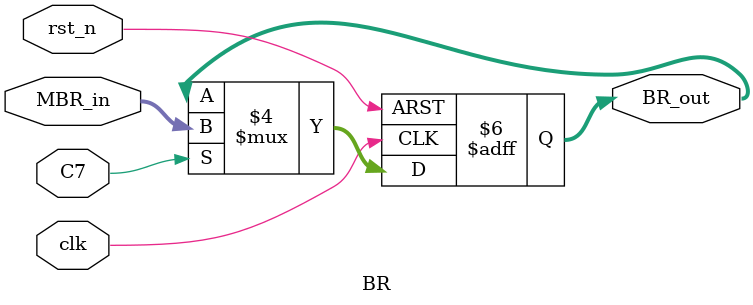
<source format=v>
`timescale 1ns / 1ps


module BR(
input wire clk,
input wire rst_n,
input wire C7,
input wire [15:0] MBR_in,
output reg [15:0] BR_out
);

    always@(posedge clk or negedge rst_n) begin
        if(!rst_n) begin
            BR_out <= 16'b0;
        end
        else begin
            if(C7) begin
                BR_out <= MBR_in; //取操作数
            end
            else begin
                BR_out <= BR_out;
            end
        end
    end
endmodule

</source>
